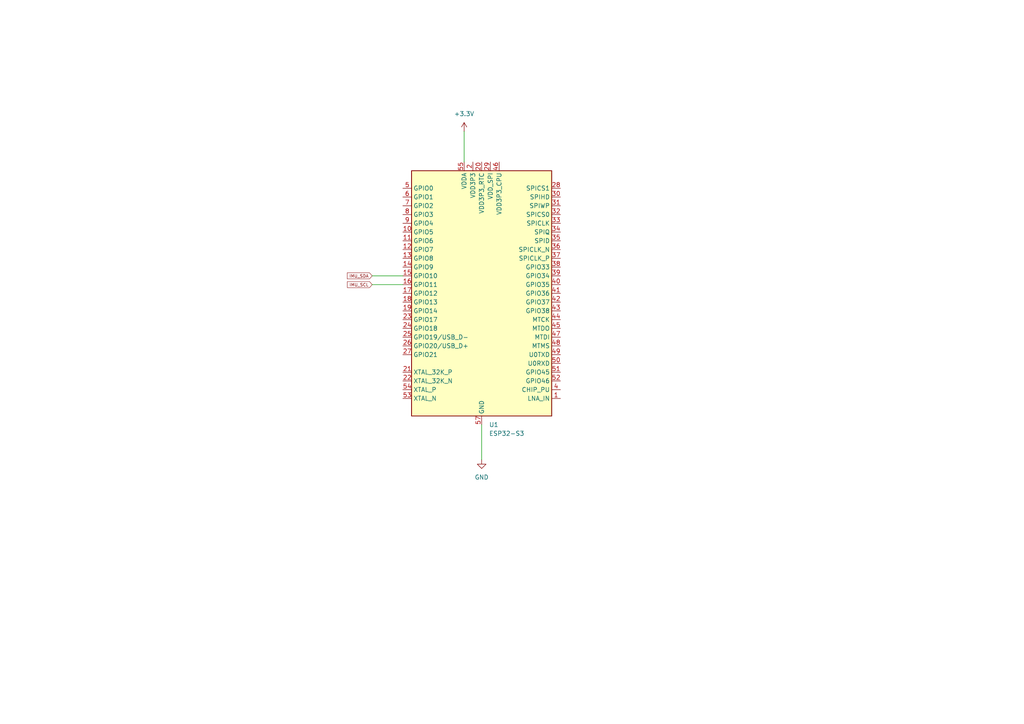
<source format=kicad_sch>
(kicad_sch (version 20250114) (generator "eeschema") (generator_version "9.0")
  (paper "A4")
  (lib_symbols
    (symbol "MCU_Espressif:ESP32-S3"
      (property "Reference" "U" (at 10.16 -38.1 0))
      (property "Value" "ESP32-S3" (at 13.97 -40.64 0))
      (symbol "ESP32-S3_0_1"
        (rectangle (start -20.32 35.56) (end 20.32 -35.56) (stroke (width 0.254)) (fill (type background)))
      )
      (symbol "ESP32-S3_1_0"
        (pin passive line (at -5.08 38.1 270) (length 2.54) (hide yes) (name "VDDA") (number "56"))
        (pin bidirectional line (at 22.86 12.7 180) (length 2.54) (name "SPICLK_N") (number "36"))
        (pin bidirectional line (at 22.86 -10.16 180) (length 2.54) (name "MTDO") (number "45"))
        (pin bidirectional line (at 22.86 -22.86 180) (length 2.54) (name "GPIO45") (number "51"))
      )
      (symbol "ESP32-S3_1_1"
        (pin bidirectional line (at -22.86 30.48 0) (length 2.54) (name "GPIO0") (number "5"))
        (pin bidirectional line (at -22.86 27.94 0) (length 2.54) (name "GPIO1") (number "6"))
        (pin bidirectional line (at -22.86 25.4 0) (length 2.54) (name "GPIO2") (number "7"))
        (pin bidirectional line (at -22.86 22.86 0) (length 2.54) (name "GPIO3") (number "8"))
        (pin bidirectional line (at -22.86 20.32 0) (length 2.54) (name "GPIO4") (number "9"))
        (pin bidirectional line (at -22.86 17.78 0) (length 2.54) (name "GPIO5") (number "10"))
        (pin bidirectional line (at -22.86 15.24 0) (length 2.54) (name "GPIO6") (number "11"))
        (pin bidirectional line (at -22.86 12.7 0) (length 2.54) (name "GPIO7") (number "12"))
        (pin bidirectional line (at -22.86 10.16 0) (length 2.54) (name "GPIO8") (number "13"))
        (pin bidirectional line (at -22.86 7.62 0) (length 2.54) (name "GPIO9") (number "14"))
        (pin bidirectional line (at -22.86 5.08 0) (length 2.54) (name "GPIO10") (number "15"))
        (pin bidirectional line (at -22.86 2.54 0) (length 2.54) (name "GPIO11") (number "16"))
        (pin bidirectional line (at -22.86 0 0) (length 2.54) (name "GPIO12") (number "17"))
        (pin bidirectional line (at -22.86 -2.54 0) (length 2.54) (name "GPIO13") (number "18"))
        (pin bidirectional line (at -22.86 -5.08 0) (length 2.54) (name "GPIO14") (number "19"))
        (pin bidirectional line (at -22.86 -7.62 0) (length 2.54) (name "GPIO17") (number "23"))
        (pin bidirectional line (at -22.86 -10.16 0) (length 2.54) (name "GPIO18") (number "24"))
        (pin bidirectional line (at -22.86 -12.7 0) (length 2.54) (name "GPIO19/USB_D-") (number "25"))
        (pin bidirectional line (at -22.86 -15.24 0) (length 2.54) (name "GPIO20/USB_D+") (number "26"))
        (pin bidirectional line (at -22.86 -17.78 0) (length 2.54) (name "GPIO21") (number "27"))
        (pin passive line (at -22.86 -22.86 0) (length 2.54) (name "XTAL_32K_P") (number "21"))
        (pin passive line (at -22.86 -25.4 0) (length 2.54) (name "XTAL_32K_N") (number "22"))
        (pin input line (at -22.86 -27.94 0) (length 2.54) (name "XTAL_P") (number "54"))
        (pin output line (at -22.86 -30.48 0) (length 2.54) (name "XTAL_N") (number "53"))
        (pin power_in line (at -5.08 38.1 270) (length 2.54) (name "VDDA") (number "55"))
        (pin power_in line (at -2.54 38.1 270) (length 2.54) (name "VDD3P3") (number "2"))
        (pin passive line (at -2.54 38.1 270) (length 2.54) (hide yes) (name "VDD3P3") (number "3"))
        (pin power_in line (at 0 38.1 270) (length 2.54) (name "VDD3P3_RTC") (number "20"))
        (pin power_in line (at 0 -38.1 90) (length 2.54) (name "GND") (number "57"))
        (pin power_in line (at 2.54 38.1 270) (length 2.54) (name "VDD_SPI") (number "29"))
        (pin power_in line (at 5.08 38.1 270) (length 2.54) (name "VDD3P3_CPU") (number "46"))
        (pin bidirectional line (at 22.86 30.48 180) (length 2.54) (name "SPICS1") (number "28"))
        (pin bidirectional line (at 22.86 27.94 180) (length 2.54) (name "SPIHD") (number "30"))
        (pin bidirectional line (at 22.86 25.4 180) (length 2.54) (name "SPIWP") (number "31"))
        (pin bidirectional line (at 22.86 22.86 180) (length 2.54) (name "SPICS0") (number "32"))
        (pin bidirectional line (at 22.86 20.32 180) (length 2.54) (name "SPICLK") (number "33"))
        (pin bidirectional line (at 22.86 17.78 180) (length 2.54) (name "SPIQ") (number "34"))
        (pin bidirectional line (at 22.86 15.24 180) (length 2.54) (name "SPID") (number "35"))
        (pin bidirectional line (at 22.86 10.16 180) (length 2.54) (name "SPICLK_P") (number "37"))
        (pin bidirectional line (at 22.86 7.62 180) (length 2.54) (name "GPIO33") (number "38"))
        (pin bidirectional line (at 22.86 5.08 180) (length 2.54) (name "GPIO34") (number "39"))
        (pin bidirectional line (at 22.86 2.54 180) (length 2.54) (name "GPIO35") (number "40"))
        (pin bidirectional line (at 22.86 0 180) (length 2.54) (name "GPIO36") (number "41"))
        (pin bidirectional line (at 22.86 -2.54 180) (length 2.54) (name "GPIO37") (number "42"))
        (pin bidirectional line (at 22.86 -5.08 180) (length 2.54) (name "GPIO38") (number "43"))
        (pin bidirectional line (at 22.86 -7.62 180) (length 2.54) (name "MTCK") (number "44"))
        (pin bidirectional line (at 22.86 -12.7 180) (length 2.54) (name "MTDI") (number "47"))
        (pin bidirectional line (at 22.86 -15.24 180) (length 2.54) (name "MTMS") (number "48"))
        (pin bidirectional line (at 22.86 -17.78 180) (length 2.54) (name "U0TXD") (number "49"))
        (pin bidirectional line (at 22.86 -20.32 180) (length 2.54) (name "U0RXD") (number "50"))
        (pin bidirectional line (at 22.86 -25.4 180) (length 2.54) (name "GPIO46") (number "52"))
        (pin input line (at 22.86 -27.94 180) (length 2.54) (name "CHIP_PU") (number "4"))
        (pin bidirectional line (at 22.86 -30.48 180) (length 2.54) (name "LNA_IN") (number "1"))
      )
    )
    (symbol "power:+3.3V" (power) (pin_numbers (hide yes)) (pin_names (offset 0) (hide yes))
      (property "Value" "+3.3V" (at 0 3.556 0))
      (symbol "+3.3V_0_1"
        (polyline (pts (xy -0.762 1.27) (xy 0 2.54)))
        (polyline (pts (xy 0 2.54) (xy 0.762 1.27)))
        (polyline (pts (xy 0 0) (xy 0 2.54)))
      )
      (symbol "+3.3V_1_1"
        (pin power_in line (at 0 0 90) (length 0) (name "~") (number "1"))
      )
    )
    (symbol "power:GND" (power) (pin_numbers (hide yes)) (pin_names (offset 0) (hide yes))
      (property "Value" "GND" (at 0 -3.81 0))
      (symbol "GND_0_1"
        (polyline (pts (xy 0 0) (xy 0 -1.27) (xy 1.27 -1.27) (xy 0 -2.54) (xy -1.27 -1.27) (xy 0 -1.27)))
      )
      (symbol "GND_1_1"
        (pin power_in line (at 0 0 270) (length 0) (name "~") (number "1"))
      )
    )
  )
  (wire (pts (xy 134.62 38.1) (xy 134.62 46.99)))
  (wire (pts (xy 107.95 82.55) (xy 116.84 82.55)))
  (wire (pts (xy 139.7 123.19) (xy 139.7 133.35)))
  (wire (pts (xy 107.95 80.01) (xy 116.84 80.01)))
  (global_label "IMU_SDA" (shape input) (at 107.95 80.01 180) (effects (font (size 0.889 0.889) (thickness 0.1111))) (property "Intersheetrefs" "${INTERSHEET_REFS}" (effects (hide yes))))
  (global_label "IMU_SCL" (shape input) (at 107.95 82.55 180) (effects (font (size 0.889 0.889) (thickness 0.1111))) (property "Intersheetrefs" "${INTERSHEET_REFS}" (effects (hide yes))))
  (symbol (lib_id "power:GND") (at 139.7 133.35 0) (unit 1)
    (property "Reference" "#PWR04" (effects (hide yes)))
    (property "Value" "GND" (at 139.7 138.43 0))
    (property "Description" "Power symbol creates a global label with name \"GND\" , ground" (effects (hide yes)))
  )
  (symbol (lib_id "MCU_Espressif:ESP32-S3") (at 139.7 85.09 0) (unit 1)
    (property "Reference" "U1" (at 141.8433 123.19 0) (effects (justify left)))
    (property "Value" "ESP32-S3" (at 141.8433 125.73 0) (effects (justify left)))
    (property "Footprint" "Package_DFN_QFN:QFN-56-1EP_7x7mm_P0.4mm_EP4x4mm" (effects (hide yes)))
    (property "Datasheet" "https://www.espressif.com/sites/default/files/documentation/esp32-s3_datasheet_en.pdf" (effects (hide yes)))
    (property "Description" "Microcontroller, Wi-Fi 802.11b/g/n, Bluetooth, 32bit" (effects (hide yes)))
  )
  (symbol (lib_id "power:+3.3V") (at 134.62 38.1 0) (unit 1)
    (property "Reference" "#PWR03" (effects (hide yes)))
    (property "Value" "+3.3V" (at 134.62 33.02 0))
    (property "Description" "Power symbol creates a global label with name \"+3.3V\"" (effects (hide yes)))
  )
)
</source>
